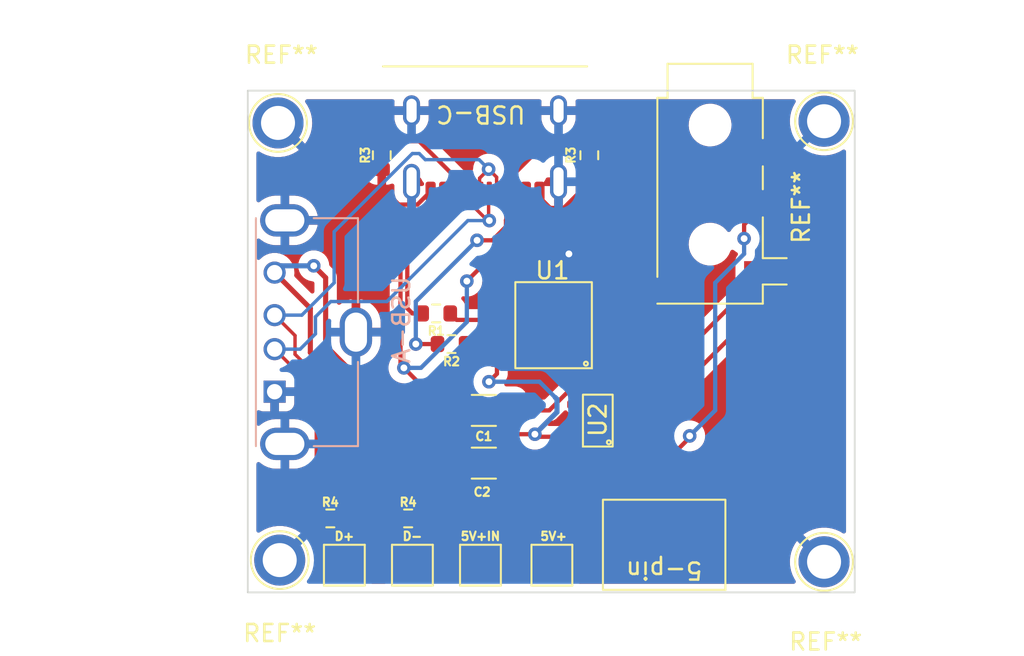
<source format=kicad_pcb>
(kicad_pcb (version 20211014) (generator pcbnew)
  (layers (0 "F.Cu" signal) (31 "B.Cu" signal) (34 "B.Paste" user) (35 "F.Paste" user) (36 "B.SilkS" user "B.Silkscreen") (37 "F.SilkS" user "F.Silkscreen") (38 "B.Mask" user) (39 "F.Mask" user) (44 "Edge.Cuts" user))
  (net 0 "")
  (net 1 "NC")
  (net 2 "TST")
  (net 3 "5V+")
  (net 4 "GND")
  (net 5 "D+")
  (net 6 "D-")
  (net 7 "CC1")
  (net 8 "CC2")
  (net 9 "VBUS")
  (net 10 "VIN")
  (net 11 "VBUSG")
  (net 12 "HPS")
  (net 13 "HRP")
  (net 14 "HPL")
  (footprint "Connector_Audio:Jack_3.5mm_PJ320D_Horizontal" (layer "F.Cu") (at 158.4 78.9 -90)
    (fp_text reference "REF**" (at 0.05 -5.35 90) (layer "F.SilkS"))
    (fp_text value "Jack_3.5mm_PJ320D_Horizontal")
    (fp_line (start -6.375 -3.1) (end -6.375 -2.5) (layer "F.SilkS") (width 0.12))
    (fp_line (start 5.725 3.1) (end 5.725 -3.1) (layer "F.SilkS") (width 0.12))
    (fp_line (start -8.375 -2.5) (end -8.375 2.5) (layer "F.SilkS") (width 0.12))
    (fp_line (start 4.15 3.1) (end -6.375 3.1) (layer "F.SilkS") (width 0.12))
    (fp_line (start -6.375 -2.5) (end -8.375 -2.5) (layer "F.SilkS") (width 0.12))
    (fp_line (start -2.35 -3.1) (end -1 -3.1) (layer "F.SilkS") (width 0.12))
    (fp_line (start -6.375 -3.1) (end -4 -3.1) (layer "F.SilkS") (width 0.12))
    (fp_line (start -6.375 2.5) (end -6.375 3.1) (layer "F.SilkS") (width 0.12))
    (fp_line (start 4.6 -3.1) (end 4.6 -4.5) (layer "F.SilkS") (width 0.12))
    (fp_line (start 3.05 -3.1) (end 3.05 -4.5) (layer "F.SilkS") (width 0.12))
    (fp_line (start -6.375 2.5) (end -8.375 2.5) (layer "F.SilkS") (width 0.12))
    (fp_line (start 4.6 -3.1) (end 5.725 -3.1) (layer "F.SilkS") (width 0.12))
    (fp_line (start 0.65 -3.1) (end 3.05 -3.1) (layer "F.SilkS") (width 0.12))
    (pad "" np_thru_hole circle (at -4.775 0 270) (size 1.5 1.5) (drill 1.5) (layers *.Cu *.Mask))
    (pad "" np_thru_hole circle (at 2.225 0 270) (size 1.5 1.5) (drill 1.5) (layers *.Cu *.Mask))
    (pad "R1" smd rect (at -0.175 -3.25 270) (size 1.2 2.5) (layers "F.Cu" "F.Paste" "F.Mask") (net 14 "HPL"))
    (pad "R2" smd rect (at -3.175 -3.25 270) (size 1.2 2.5) (layers "F.Cu" "F.Paste" "F.Mask") (net 13 "HRP"))
    (pad "S" smd rect (at 4.925 3.25 270) (size 1.2 2.5) (layers "F.Cu" "F.Paste" "F.Mask") (net 4 "GND"))
    (pad "T" smd rect (at 3.825 -3.25 270) (size 1.2 2.5) (layers "F.Cu" "F.Paste" "F.Mask") (net 12 "HPS"))
  )
  (footprint "Resistor_SMD:R_0603_1608Metric" (layer "F.Cu") (at 136.075 97.25)
    (fp_text reference "R4" (at 0 -0.95) (layer "F.SilkS") (effects (font (size 0.5 0.5) (thickness 0.125))))
    (fp_text value "R_0603_1608Metric")
    (fp_line (start -0.237258 0.5225) (end 0.237258 0.5225) (layer "F.SilkS") (width 0.12))
    (fp_line (start -0.237258 -0.5225) (end 0.237258 -0.5225) (layer "F.SilkS") (width 0.12))
    (pad "1" smd roundrect (at -0.825 0) (size 0.8 0.95) (layers "F.Cu" "F.Paste" "F.Mask") (net 5 "D+"))
    (pad "2" smd roundrect (at 0.825 0) (size 0.8 0.95) (layers "F.Cu" "F.Paste" "F.Mask") (net 4 "GND"))
  )
  (footprint "TestPoint:TestPoint_Plated_Hole_D2.0mm" (layer "F.Cu") (at 165.1 73.9)
    (fp_text reference "REF**" (at -0.1 -3.9) (layer "F.SilkS"))
    (fp_text value "TestPoint_Plated_Hole_D2.0mm")
    (fp_circle (center 0 0) (end 0 -1.7) (layer "F.SilkS") (width 0.12) (fill none))
    (pad "1" thru_hole circle (at 0 0) (size 3 3) (drill 2) (layers *.Cu *.Mask) (net 4 "GND"))
  )
  (footprint "Resistor_SMD:R_0603_1608Metric" (layer "F.Cu") (at 140.65 97.25)
    (fp_text reference "R4" (at 0 -0.95) (layer "F.SilkS") (effects (font (size 0.5 0.5) (thickness 0.125))))
    (fp_text value "R_0603_1608Metric")
    (fp_line (start -0.237258 0.5225) (end 0.237258 0.5225) (layer "F.SilkS") (width 0.12))
    (fp_line (start -0.237258 -0.5225) (end 0.237258 -0.5225) (layer "F.SilkS") (width 0.12))
    (pad "1" smd roundrect (at -0.825 0) (size 0.8 0.95) (layers "F.Cu" "F.Paste" "F.Mask") (net 6 "D-"))
    (pad "2" smd roundrect (at 0.825 0) (size 0.8 0.95) (layers "F.Cu" "F.Paste" "F.Mask") (net 4 "GND"))
  )
  (footprint "ucb-c adapter:LND01" (layer "F.Cu") (at 151.8 91.5 90)
    (fp_text reference "U2" (at 0.05 0 90 unlocked) (layer "F.SilkS"))
    (fp_text value "LND01")
    (fp_rect (start -1.525 -0.875) (end 1.525 0.875) (layer "F.SilkS") (width 0.12) (fill none))
    (fp_circle (center -1.275 0.65) (end -1.3 0.6) (layer "F.SilkS") (width 0.12) (fill none))
    (pad "1" smd roundrect (at -0.95 1.3 90) (size 0.5 1) (layers "F.Cu" "F.Paste" "F.Mask") (net 1 "NC"))
    (pad "2" smd roundrect (at 0 1.3 90) (size 0.5 1) (layers "F.Cu" "F.Paste" "F.Mask") (net 11 "VBUSG"))
    (pad "3" smd roundrect (at 0.95 1.3 90) (size 0.5 1) (layers "F.Cu" "F.Paste" "F.Mask") (net 1 "NC"))
    (pad "4" smd roundrect (at 0.95 -1.3 90) (size 0.5 1) (layers "F.Cu" "F.Paste" "F.Mask") (net 10 "VIN"))
    (pad "5" smd roundrect (at -0.95 -1.3 90) (size 0.5 1) (layers "F.Cu" "F.Paste" "F.Mask") (net 9 "VBUS"))
  )
  (footprint "Resistor_SMD:R_0603_1608Metric" (layer "F.Cu") (at 139.1 75.9 -90)
    (fp_text reference "R3" (at 0 0.97 90) (layer "F.SilkS") (effects (font (size 0.5 0.5) (thickness 0.125))))
    (fp_text value "R_0603_1608Metric")
    (fp_line (start -0.237258 -0.5225) (end 0.237258 -0.5225) (layer "F.SilkS") (width 0.12))
    (fp_line (start -0.237258 0.5225) (end 0.237258 0.5225) (layer "F.SilkS") (width 0.12))
    (pad "1" smd roundrect (at -0.825 0 270) (size 0.8 0.95) (layers "F.Cu" "F.Paste" "F.Mask") (net 8 "CC2"))
    (pad "2" smd roundrect (at 0.825 0 270) (size 0.8 0.95) (layers "F.Cu" "F.Paste" "F.Mask") (net 4 "GND"))
  )
  (footprint "TestPoint:TestPoint_Pad_2.0x2.0mm" (layer "F.Cu") (at 149.1 100)
    (fp_text reference "5V+" (at 0.1 -1.7) (layer "F.SilkS") (effects (font (size 0.5 0.5) (thickness 0.125))))
    (fp_text value "TestPoint_Pad_2.0x2.0mm")
    (fp_line (start 1.2 -1.2) (end 1.2 1.2) (layer "F.SilkS") (width 0.12))
    (fp_line (start 1.2 1.2) (end -1.2 1.2) (layer "F.SilkS") (width 0.12))
    (fp_line (start -1.2 1.2) (end -1.2 -1.2) (layer "F.SilkS") (width 0.12))
    (fp_line (start -1.2 -1.2) (end 1.2 -1.2) (layer "F.SilkS") (width 0.12))
    (pad "1" smd rect (at 0 0) (size 2 2) (layers "F.Cu" "F.Mask") (net 3 "5V+"))
  )
  (footprint "Resistor_SMD:R_0603_1608Metric" (layer "F.Cu") (at 143.2 87)
    (fp_text reference "R2" (at 0 1.03) (layer "F.SilkS") (effects (font (size 0.5 0.5) (thickness 0.125))))
    (fp_text value "R_0603_1608Metric")
    (fp_line (start -0.237258 -0.5225) (end 0.237258 -0.5225) (layer "F.SilkS") (width 0.12))
    (fp_line (start -0.237258 0.5225) (end 0.237258 0.5225) (layer "F.SilkS") (width 0.12))
    (pad "1" smd roundrect (at -0.825 0) (size 0.8 0.95) (layers "F.Cu" "F.Paste" "F.Mask") (net 7 "CC1"))
    (pad "2" smd roundrect (at 0.825 0) (size 0.8 0.95) (layers "F.Cu" "F.Paste" "F.Mask") (net 7 "CC1"))
  )
  (footprint "TestPoint:TestPoint_Plated_Hole_D2.0mm" (layer "F.Cu") (at 133.1 99.7)
    (fp_text reference "REF**" (at 0 4.3) (layer "F.SilkS"))
    (fp_text value "TestPoint_Plated_Hole_D2.0mm")
    (fp_circle (center 0 0) (end 0 -1.7) (layer "F.SilkS") (width 0.12) (fill none))
    (pad "1" thru_hole circle (at 0 0) (size 3 3) (drill 2) (layers *.Cu *.Mask) (net 4 "GND"))
  )
  (footprint "Capacitor_SMD:C_1206_3216Metric" (layer "F.Cu") (at 145.1 94)
    (fp_text reference "C2" (at -0.1 1.7) (layer "F.SilkS") (effects (font (size 0.5 0.5) (thickness 0.125))))
    (fp_text value "C_1206_3216Metric")
    (fp_line (start -0.711252 0.91) (end 0.711252 0.91) (layer "F.SilkS") (width 0.12))
    (fp_line (start -0.711252 -0.91) (end 0.711252 -0.91) (layer "F.SilkS") (width 0.12))
    (pad "1" smd roundrect (at -1.475 0) (size 1.15 1.8) (layers "F.Cu" "F.Paste" "F.Mask") (roundrect_rratio 0.217391) (net 9 "VBUS"))
    (pad "2" smd roundrect (at 1.475 0) (size 1.15 1.8) (layers "F.Cu" "F.Paste" "F.Mask") (roundrect_rratio 0.217391) (net 3 "5V+"))
  )
  (footprint "ucb-c adapter:usb-c  f" (layer "F.Cu") (at 145.17 74.6375 180)
    (fp_text reference "USB-C" (at 0.25 1.15 180 unlocked) (layer "F.SilkS"))
    (fp_text value "usb-c  f")
    (fp_line (start 6 3.96) (end -6 3.96) (layer "F.SilkS") (width 0.12))
    (pad "" np_thru_hole circle (at -2.8 -2.32 180) (size 0.65 0.65) (drill 0.65) (layers F&B.Cu *.Mask))
    (pad "" np_thru_hole circle (at 2.98 -2.32 180) (size 0.65 0.65) (drill 0.65) (layers F&B.Cu *.Mask))
    (pad "1" smd roundrect (at -3.2 -3.39 180) (size 0.6 1.15) (layers "F.Cu" "F.Paste" "F.Mask") (net 4 "GND"))
    (pad "2" smd roundrect (at -2.4 -3.39 180) (size 0.6 1.15) (layers "F.Cu" "F.Paste" "F.Mask") (net 9 "VBUS"))
    (pad "3" smd roundrect (at 2.4 -3.39 180) (size 0.6 1.15) (layers "F.Cu" "F.Paste" "F.Mask") (net 9 "VBUS"))
    (pad "4" smd roundrect (at 3.2 -3.39 180) (size 0.6 1.15) (layers "F.Cu" "F.Paste" "F.Mask") (net 4 "GND"))
    (pad "5" smd roundrect (at -1.75 -3.39 180) (size 0.3 1.15) (layers "F.Cu" "F.Paste" "F.Mask"))
    (pad "6" smd roundrect (at -1.25 -3.39 180) (size 0.3 1.15) (layers "F.Cu" "F.Paste" "F.Mask") (net 7 "CC1"))
    (pad "7" smd roundrect (at -0.75 -3.39 180) (size 0.3 1.15) (layers "F.Cu" "F.Paste" "F.Mask") (net 6 "D-"))
    (pad "8" smd roundrect (at -0.25 -3.39 180) (size 0.3 1.15) (layers "F.Cu" "F.Paste" "F.Mask") (net 5 "D+"))
    (pad "9" smd roundrect (at 0.25 -3.39 180) (size 0.3 1.15) (layers "F.Cu" "F.Paste" "F.Mask") (net 6 "D-"))
    (pad "10" smd roundrect (at 0.75 -3.39 180) (size 0.3 1.15) (layers "F.Cu" "F.Paste" "F.Mask") (net 5 "D+"))
    (pad "11" smd roundrect (at 1.25 -3.39 180) (size 0.3 1.15) (layers "F.Cu" "F.Paste" "F.Mask"))
    (pad "12" smd roundrect (at 1.75 -3.39 180) (size 0.3 1.15) (layers "F.Cu" "F.Paste" "F.Mask") (net 8 "CC2"))
    (pad "13" thru_hole oval (at 4.32 1.36 180) (size 1 1.8) (drill oval 0.6 1.4) (layers *.Cu *.Mask) (net 4 "GND"))
    (pad "13" thru_hole oval (at -4.32 -2.82 180) (size 1 2.1) (drill oval 0.6 1.7) (layers *.Cu *.Mask) (net 4 "GND"))
    (pad "13" thru_hole oval (at 4.32 -2.82 180) (size 1 2.1) (drill oval 0.6 1.7) (layers *.Cu *.Mask) (net 4 "GND"))
    (pad "13" thru_hole oval (at -4.32 1.36 180) (size 1 1.8) (drill oval 0.6 1.4) (layers *.Cu *.Mask) (net 4 "GND"))
  )
  (footprint "Capacitor_SMD:C_1206_3216Metric" (layer "F.Cu") (at 145.1 90.9)
    (fp_text reference "C1" (at 0 1.53) (layer "F.SilkS") (effects (font (size 0.5 0.5) (thickness 0.125))))
    (fp_text value "C_1206_3216Metric")
    (fp_line (start -0.711252 0.91) (end 0.711252 0.91) (layer "F.SilkS") (width 0.12))
    (fp_line (start -0.711252 -0.91) (end 0.711252 -0.91) (layer "F.SilkS") (width 0.12))
    (pad "1" smd roundrect (at -1.475 0) (size 1.15 1.8) (layers "F.Cu" "F.Paste" "F.Mask") (roundrect_rratio 0.217391) (net 9 "VBUS"))
    (pad "2" smd roundrect (at 1.475 0) (size 1.15 1.8) (layers "F.Cu" "F.Paste" "F.Mask") (roundrect_rratio 0.217391) (net 10 "VIN"))
  )
  (footprint "TestPoint:TestPoint_Pad_2.0x2.0mm" (layer "F.Cu") (at 144.9 100)
    (fp_text reference "5V+IN" (at 0 -1.7) (layer "F.SilkS") (effects (font (size 0.5 0.5) (thickness 0.125))))
    (fp_text value "TestPoint_Pad_2.0x2.0mm")
    (fp_line (start -1.2 -1.2) (end 1.2 -1.2) (layer "F.SilkS") (width 0.12))
    (fp_line (start 1.2 1.2) (end -1.2 1.2) (layer "F.SilkS") (width 0.12))
    (fp_line (start 1.2 -1.2) (end 1.2 1.2) (layer "F.SilkS") (width 0.12))
    (fp_line (start -1.2 1.2) (end -1.2 -1.2) (layer "F.SilkS") (width 0.12))
    (pad "1" smd rect (at 0 0) (size 2 2) (layers "F.Cu" "F.Mask") (net 3 "5V+"))
  )
  (footprint "ucb-c adapter:IP2721" (layer "F.Cu") (at 149.2 85.9 180)
    (fp_text reference "U1" (at 0.07 3.22 unlocked) (layer "F.SilkS"))
    (fp_text value "IP2721")
    (fp_rect (start -2.25 -2.52) (end 2.25 2.54) (layer "F.SilkS") (width 0.12) (fill none))
    (fp_circle (center -1.9 -2.25) (end -1.875 -2.2) (layer "F.SilkS") (width 0.12) (fill none))
    (pad "1" smd roundrect (at -3.27 -2.28 180) (size 0.75 0.32) (layers "F.Cu" "F.Paste" "F.Mask") (net 11 "VBUSG"))
    (pad "2" smd roundrect (at -3.27 -1.63 180) (size 0.75 0.32) (layers "F.Cu" "F.Paste" "F.Mask") (net 10 "VIN"))
    (pad "3" smd roundrect (at -3.27 -0.98 180) (size 0.75 0.32) (layers "F.Cu" "F.Paste" "F.Mask") (net 1 "NC"))
    (pad "4" smd roundrect (at -3.27 -0.33 180) (size 0.75 0.32) (layers "F.Cu" "F.Paste" "F.Mask") (net 1 "NC"))
    (pad "5" smd roundrect (at -3.27 0.32 180) (size 0.75 0.32) (layers "F.Cu" "F.Paste" "F.Mask") (net 4 "GND"))
    (pad "6" smd roundrect (at -3.27 0.97 180) (size 0.75 0.32) (layers "F.Cu" "F.Paste" "F.Mask") (net 2 "TST"))
    (pad "7" smd roundrect (at -3.27 1.62 180) (size 0.75 0.32) (layers "F.Cu" "F.Paste" "F.Mask") (net 2 "TST"))
    (pad "8" smd roundrect (at -3.27 2.27 180) (size 0.75 0.32) (layers "F.Cu" "F.Paste" "F.Mask") (net 2 "TST"))
    (pad "9" smd roundrect (at 3.33 2.27 180) (size 0.75 0.32) (layers "F.Cu" "F.Paste" "F.Mask") (net 1 "NC"))
    (pad "10" smd roundrect (at 3.33 1.62 180) (size 0.75 0.32) (layers "F.Cu" "F.Paste" "F.Mask") (net 1 "NC"))
    (pad "11" smd roundrect (at 3.33 0.97 180) (size 0.75 0.32) (layers "F.Cu" "F.Paste" "F.Mask") (net 4 "GND"))
    (pad "12" smd roundrect (at 3.33 0.32 180) (size 0.75 0.32) (layers "F.Cu" "F.Paste" "F.Mask") (net 8 "CC2"))
    (pad "13" smd roundrect (at 3.33 -0.33 180) (size 0.75 0.32) (layers "F.Cu" "F.Paste" "F.Mask") (net 7 "CC1"))
    (pad "14" smd roundrect (at 3.33 -0.98 180) (size 0.75 0.32) (layers "F.Cu" "F.Paste" "F.Mask") (net 1 "NC"))
    (pad "15" smd roundrect (at 3.33 -1.63 180) (size 0.75 0.32) (layers "F.Cu" "F.Paste" "F.Mask") (net 1 "NC"))
    (pad "16" smd roundrect (at 3.33 -2.28 180) (size 0.75 0.32) (layers "F.Cu" "F.Paste" "F.Mask") (net 9 "VBUS"))
  )
  (footprint "TestPoint:TestPoint_Plated_Hole_D2.0mm" (layer "F.Cu") (at 165.1 99.8)
    (fp_text reference "REF**" (at 0.1 4.7) (layer "F.SilkS"))
    (fp_text value "TestPoint_Plated_Hole_D2.0mm")
    (fp_circle (center 0 0) (end 0 -1.7) (layer "F.SilkS") (width 0.12) (fill none))
    (pad "1" thru_hole circle (at 0 0) (size 3 3) (drill 2) (layers *.Cu *.Mask) (net 4 "GND"))
  )
  (footprint "TestPoint:TestPoint_Pad_2.0x2.0mm" (layer "F.Cu") (at 136.9 100)
    (fp_text reference "D+" (at 0 -1.7) (layer "F.SilkS") (effects (font (size 0.5 0.5) (thickness 0.125))))
    (fp_text value "TestPoint_Pad_2.0x2.0mm")
    (fp_line (start -1.2 1.2) (end -1.2 -1.2) (layer "F.SilkS") (width 0.12))
    (fp_line (start -1.2 -1.2) (end 1.2 -1.2) (layer "F.SilkS") (width 0.12))
    (fp_line (start 1.2 1.2) (end -1.2 1.2) (layer "F.SilkS") (width 0.12))
    (fp_line (start 1.2 -1.2) (end 1.2 1.2) (layer "F.SilkS") (width 0.12))
    (pad "1" smd rect (at 0 0) (size 2 2) (layers "F.Cu" "F.Mask") (net 5 "D+"))
  )
  (footprint "TestPoint:TestPoint_Pad_2.0x2.0mm" (layer "F.Cu") (at 140.9 100)
    (fp_text reference "D-" (at 0 -1.7) (layer "F.SilkS") (effects (font (size 0.5 0.5) (thickness 0.125))))
    (fp_text value "TestPoint_Pad_2.0x2.0mm")
    (fp_line (start -1.2 1.2) (end -1.2 -1.2) (layer "F.SilkS") (width 0.12))
    (fp_line (start 1.2 -1.2) (end 1.2 1.2) (layer "F.SilkS") (width 0.12))
    (fp_line (start -1.2 -1.2) (end 1.2 -1.2) (layer "F.SilkS") (width 0.12))
    (fp_line (start 1.2 1.2) (end -1.2 1.2) (layer "F.SilkS") (width 0.12))
    (pad "1" smd rect (at 0 0) (size 2 2) (layers "F.Cu" "F.Mask") (net 6 "D-"))
  )
  (footprint "ucb-c adapter:5pin FPC" (layer "F.Cu") (at 155.7 98.8 180)
    (fp_text reference "5-pin" (at 0 -1.5 180 unlocked) (layer "F.SilkS"))
    (fp_text value "5pin FPC")
    (fp_rect (start -3.6 -2.65) (end 3.6 2.65) (layer "F.SilkS") (width 0.12) (fill none))
    (pad "1" smd rect (at -2.69 1.07 180) (size 2 3) (layers "F.Cu" "F.Paste" "F.Mask") (net 4 "GND"))
    (pad "2" smd rect (at 2.69 1.07 180) (size 2 3) (layers "F.Cu" "F.Paste" "F.Mask") (net 4 "GND"))
    (pad "3" smd rect (at -1 3.4 180) (size 0.3 1.25) (layers "F.Cu" "F.Paste" "F.Mask"))
    (pad "4" smd rect (at -0.5 3.4 180) (size 0.3 1.25) (layers "F.Cu" "F.Paste" "F.Mask") (net 14 "HPL"))
    (pad "5" smd rect (at 0 3.4 180) (size 0.3 1.25) (layers "F.Cu" "F.Paste" "F.Mask") (net 13 "HRP"))
    (pad "6" smd rect (at 0.5 3.4 180) (size 0.3 1.25) (layers "F.Cu" "F.Paste" "F.Mask") (net 12 "HPS"))
    (pad "7" smd rect (at 1 3.4 180) (size 0.3 1.25) (layers "F.Cu" "F.Paste" "F.Mask") (net 4 "GND"))
  )
  (footprint "TestPoint:TestPoint_Plated_Hole_D2.0mm" (layer "F.Cu") (at 133 74)
    (fp_text reference "REF**" (at 0.2 -4) (layer "F.SilkS"))
    (fp_text value "TestPoint_Plated_Hole_D2.0mm")
    (fp_circle (center 0 0) (end 0 -1.7) (layer "F.SilkS") (width 0.12) (fill none))
    (pad "1" thru_hole circle (at 0 0) (size 3 3) (drill 2) (layers *.Cu *.Mask) (net 4 "GND"))
  )
  (footprint "Resistor_SMD:R_0603_1608Metric" (layer "F.Cu") (at 142.3 85.2)
    (fp_text reference "R1" (at 0 1.03) (layer "F.SilkS") (effects (font (size 0.5 0.5) (thickness 0.125))))
    (fp_text value "R_0603_1608Metric")
    (fp_line (start -0.237258 -0.5225) (end 0.237258 -0.5225) (layer "F.SilkS") (width 0.12))
    (fp_line (start -0.237258 0.5225) (end 0.237258 0.5225) (layer "F.SilkS") (width 0.12))
    (pad "1" smd roundrect (at -0.825 0) (size 0.8 0.95) (layers "F.Cu" "F.Paste" "F.Mask") (net 8 "CC2"))
    (pad "2" smd roundrect (at 0.825 0) (size 0.8 0.95) (layers "F.Cu" "F.Paste" "F.Mask") (net 8 "CC2"))
  )
  (footprint "Resistor_SMD:R_0603_1608Metric" (layer "F.Cu") (at 151.3 75.9 -90)
    (fp_text reference "R3" (at 0 1.08 90) (layer "F.SilkS") (effects (font (size 0.5 0.5) (thickness 0.125))))
    (fp_text value "R_0603_1608Metric")
    (fp_line (start -0.237258 0.5225) (end 0.237258 0.5225) (layer "F.SilkS") (width 0.12))
    (fp_line (start -0.237258 -0.5225) (end 0.237258 -0.5225) (layer "F.SilkS") (width 0.12))
    (pad "1" smd roundrect (at -0.825 0 270) (size 0.8 0.95) (layers "F.Cu" "F.Paste" "F.Mask") (net 7 "CC1"))
    (pad "2" smd roundrect (at 0.825 0 270) (size 0.8 0.95) (layers "F.Cu" "F.Paste" "F.Mask") (net 4 "GND"))
  )
  (footprint "Connector_USB:USB_A_Molex_105057_Vertical" (layer "B.Cu") (at 132.8 89.8 90)
    (fp_text reference "USB-A" (at 4.22 7.455 90) (layer "B.SilkS") (effects (justify mirror)))
    (fp_text value "USB_A_Molex_105057_Vertical")
    (fp_line (start -3.2 4.9) (end -3.2 2.3) (layer "B.SilkS") (width 0.12))
    (fp_line (start 10.2 -1.1) (end -3.2 -1.1) (layer "B.SilkS") (width 0.12))
    (fp_line (start 10.2 4.9) (end 10.2 2.3) (layer "B.SilkS") (width 0.12))
    (fp_line (start -3.2 4.9) (end 1.75 4.9) (layer "B.SilkS") (width 0.12))
    (fp_line (start 10.2 4.9) (end 5.25 4.9) (layer "B.SilkS") (width 0.12))
    (pad "1" thru_hole rect (at 0 0 90) (size 1.3 1.3) (drill 0.9) (layers *.Cu *.Mask) (net 4 "GND"))
    (pad "2" thru_hole circle (at 2.5 0 90) (size 1.3 1.3) (drill 0.9) (layers *.Cu *.Mask) (net 5 "D+"))
    (pad "3" thru_hole circle (at 4.5 0 90) (size 1.3 1.3) (drill 0.9) (layers *.Cu *.Mask) (net 6 "D-"))
    (pad "4" thru_hole circle (at 7 0 90) (size 1.3 1.3) (drill 0.9) (layers *.Cu *.Mask) (net 3 "5V+"))
    (pad "5" thru_hole oval (at 10.07 0.6 90) (size 1.9 2.9) (drill oval 1.3 2.3) (layers *.Cu *.Mask) (net 4 "GND"))
    (pad "5" thru_hole oval (at 3.5 4.78) (size 1.9 2.9) (drill oval 1.3 2.3) (layers *.Cu *.Mask) (net 4 "GND"))
    (pad "5" thru_hole oval (at -3.07 0.6 270) (size 1.9 2.9) (drill oval 1.3 2.3) (layers *.Cu *.Mask) (net 4 "GND"))
  )
  (gr_rect (start 131.22 72.1) (end 166.9 101.6) (layer "Edge.Cuts") (width 0.1) (fill none))
  (segment (start 134.9 87.5) (end 137.1 89.7) (width 0.3) (layer "F.Cu") (net 3))
  (segment (start 135.8 83.1) (end 135.1 82.4) (width 0.3) (layer "F.Cu") (net 3))
  (segment (start 132.8 82.8) (end 134.9 84.9) (width 0.3) (layer "F.Cu") (net 3))
  (segment (start 138.1 93.7) (end 138.1 89.4) (width 0.3) (layer "F.Cu") (net 3))
  (segment (start 148.8375 96.2625) (end 143.2625 96.2625) (width 0.3) (layer "F.Cu") (net 3))
  (segment (start 143.2625 96.2625) (end 141.3 94.3) (width 0.3) (layer "F.Cu") (net 3))
  (segment (start 148.8375 96.2625) (end 149.1 96.525) (width 0.3) (layer "F.Cu") (net 3))
  (segment (start 138.1 89.4) (end 135.8 87.1) (width 0.3) (layer "F.Cu") (net 3))
  (segment (start 134.9 84.9) (end 134.9 87.5) (width 0.3) (layer "F.Cu") (net 3))
  (segment (start 142 96) (end 144.9 98.9) (width 0.3) (layer "F.Cu") (net 3))
  (segment (start 138.7 94.3) (end 138.1 93.7) (width 0.3) (layer "F.Cu") (net 3))
  (segment (start 138.7 96) (end 142 96) (width 0.3) (layer "F.Cu") (net 3))
  (segment (start 141.3 94.3) (end 138.7 94.3) (width 0.3) (layer "F.Cu") (net 3))
  (segment (start 144.9 98.9) (end 144.9 100) (width 0.3) (layer "F.Cu") (net 3))
  (segment (start 137.1 94.4) (end 138.7 96) (width 0.3) (layer "F.Cu") (net 3))
  (segment (start 137.1 89.7) (end 137.1 94.4) (width 0.3) (layer "F.Cu") (net 3))
  (segment (start 146.575 94) (end 148.8375 96.2625) (width 0.3) (layer "F.Cu") (net 3))
  (segment (start 135.8 87.1) (end 135.8 83.1) (width 0.3) (layer "F.Cu") (net 3))
  (segment (start 149.1 96.525) (end 149.1 100) (width 0.3) (layer "F.Cu") (net 3))
  (via (at 135.1 82.4) (size 0.8) (drill 0.4) (layers "F.Cu" "B.Cu") (net 3))
  (segment (start 135.1 82.4) (end 133.2 82.4) (width 0.3) (layer "B.Cu") (net 3))
  (segment (start 133.2 82.4) (end 132.8 82.8) (width 0.3) (layer "B.Cu") (net 3))
  (segment (start 149.8 79) (end 149 79) (width 0.25) (layer "F.Cu") (net 4))
  (segment (start 141.1975 78.8) (end 141.97 78.0275) (width 0.25) (layer "F.Cu") (net 4))
  (segment (start 150.1 81.7) (end 150.1 83.365656) (width 0.25) (layer "F.Cu") (net 4))
  (segment (start 151.3 76.725) (end 151.3 77.5) (width 0.25) (layer "F.Cu") (net 4))
  (segment (start 139.1 77.8) (end 140.1 78.8) (width 0.25) (layer "F.Cu") (net 4))
  (segment (start 154.7 84.275) (end 154.7 95.4) (width 0.25) (layer "F.Cu") (net 4))
  (segment (start 148.37 78.37) (end 148.37 78.0275) (width 0.25) (layer "F.Cu") (net 4))
  (segment (start 149.48 85.58) (end 148.83 84.93) (width 0.25) (layer "F.Cu") (net 4))
  (segment (start 140.1 78.8) (end 141.1975 78.8) (width 0.25) (layer "F.Cu") (net 4))
  (segment (start 152.314344 85.58) (end 152.47 85.58) (width 0.25) (layer "F.Cu") (net 4))
  (segment (start 139.1 76.725) (end 139.1 77.8) (width 0.25) (layer "F.Cu") (net 4))
  (segment (start 155.15 83.825) (end 154.7 84.275) (width 0.25) (layer "F.Cu") (net 4))
  (segment (start 148.83 84.93) (end 145.87 84.93) (width 0.25) (layer "F.Cu") (net 4))
  (segment (start 152.47 85.58) (end 149.48 85.58) (width 0.25) (layer "F.Cu") (net 4))
  (segment (start 150.1 83.365656) (end 152.314344 85.58) (width 0.25) (layer "F.Cu") (net 4))
  (segment (start 151.3 77.5) (end 149.8 79) (width 0.25) (layer "F.Cu") (net 4))
  (segment (start 149 79) (end 148.37 78.37) (width 0.25) (layer "F.Cu") (net 4))
  (via (at 150.1 81.7) (size 0.8) (drill 0.4) (layers "F.Cu" "B.Cu") (net 4))
  (segment (start 145.31606 79.74) (end 144.38 78.80394) (width 0.2) (layer "F.Cu") (net 5))
  (segment (start 135.25 97.25) (end 135.25 89.75) (width 0.2) (layer "F.Cu") (net 5))
  (segment (start 144.38 78.80394) (end 144.38 78.27) (width 0.2) (layer "F.Cu") (net 5))
  (segment (start 145.38 79.7) (end 145.38 78.27) (width 0.2) (layer "F.Cu") (net 5))
  (segment (start 145.42 79.74) (end 145.38 79.7) (width 0.2) (layer "F.Cu") (net 5))
  (segment (start 135.25 97.25) (end 135.25 98.35) (width 0.2) (layer "F.Cu") (net 5))
  (segment (start 145.42 79.74) (end 145.31606 79.74) (width 0.2) (layer "F.Cu") (net 5))
  (segment (start 135.25 89.75) (end 132.8 87.3) (width 0.2) (layer "F.Cu") (net 5))
  (segment (start 135.25 98.35) (end 136.9 100) (width 0.2) (layer "F.Cu") (net 5))
  (via (at 145.42 79.74) (size 0.8) (drill 0.4) (layers "F.Cu" "B.Cu") (net 5))
  (segment (start 136.1 84.5) (end 135.2 85.4) (width 0.2) (layer "B.Cu") (net 5))
  (segment (start 135.2 85.4) (end 135.2 86.4) (width 0.2) (layer "B.Cu") (net 5))
  (segment (start 134.3 87.3) (end 132.8 87.3) (width 0.2) (layer "B.Cu") (net 5))
  (segment (start 135.2 86.4) (end 134.3 87.3) (width 0.2) (layer "B.Cu") (net 5))
  (segment (start 145.42 79.74) (end 144.16 79.74) (width 0.2) (layer "B.Cu") (net 5))
  (segment (start 144.16 79.74) (end 139.4 84.5) (width 0.2) (layer "B.Cu") (net 5))
  (segment (start 139.4 84.5) (end 136.1 84.5) (width 0.2) (layer "B.Cu") (net 5))
  (segment (start 136 89.6) (end 136 94.9) (width 0.2) (layer "F.Cu") (net 6))
  (segment (start 145.85 77.19) (end 145.85 78.42) (width 0.2) (layer "F.Cu") (net 6))
  (segment (start 134 86.5) (end 134 87.6) (width 0.2) (layer "F.Cu") (net 6))
  (segment (start 132.8 85.3) (end 134 86.5) (width 0.2) (layer "F.Cu") (net 6))
  (segment (start 140.9 98.325) (end 140.9 100) (width 0.2) (layer "F.Cu") (net 6))
  (segment (start 138.35 97.25) (end 139.825 97.25) (width 0.2) (layer "F.Cu") (net 6))
  (segment (start 136 94.9) (end 138.35 97.25) (width 0.2) (layer "F.Cu") (net 6))
  (segment (start 145.38 76.72) (end 144.85 77.25) (width 0.2) (layer "F.Cu") (net 6))
  (segment (start 139.825 97.25) (end 140.9 98.325) (width 0.2) (layer "F.Cu") (net 6))
  (segment (start 145.38 76.72) (end 145.85 77.19) (width 0.2) (layer "F.Cu") (net 6))
  (segment (start 144.85 77.25) (end 144.85 78.42) (width 0.2) (layer "F.Cu") (net 6))
  (segment (start 134 87.6) (end 136 89.6) (width 0.2) (layer "F.Cu") (net 6))
  (segment (start 133.1 85.3) (end 132.8 85.3) (width 0.2) (layer "F.Cu") (net 6))
  (via (at 145.38 76.72) (size 0.8) (drill 0.4) (layers "F.Cu" "B.Cu") (net 6))
  (segment (start 136.3 83.4) (end 134.4 85.3) (width 0.2) (layer "B.Cu") (net 6))
  (segment (start 141.65798 76.15798) (end 141.3 75.8) (width 0.2) (layer "B.Cu") (net 6))
  (segment (start 145.38 76.72) (end 144.81798 76.15798) (width 0.2) (layer "B.Cu") (net 6))
  (segment (start 144.81798 76.15798) (end 141.65798 76.15798) (width 0.2) (layer "B.Cu") (net 6))
  (segment (start 141.3 75.8) (end 140.897519 75.8) (width 0.2) (layer "B.Cu") (net 6))
  (segment (start 136.3 80.397519) (end 136.3 83.4) (width 0.2) (layer "B.Cu") (net 6))
  (segment (start 134.4 85.3) (end 132.8 85.3) (width 0.2) (layer "B.Cu") (net 6))
  (segment (start 140.897519 75.8) (end 136.3 80.397519) (width 0.2) (layer "B.Cu") (net 6))
  (segment (start 144.795 86.23) (end 145.87 86.23) (width 0.25) (layer "F.Cu") (net 7))
  (segment (start 146.42 78.0275) (end 146.42 79.693904) (width 0.25) (layer "F.Cu") (net 7))
  (segment (start 146.42 77.458205) (end 148.803205 75.075) (width 0.25) (layer "F.Cu") (net 7))
  (segment (start 146.4 79.713904) (end 146.4 80.1) (width 0.25) (layer "F.Cu") (net 7))
  (segment (start 148.803205 75.075) (end 151.3 75.075) (width 0.25) (layer "F.Cu") (net 7))
  (segment (start 146.4 80.1) (end 145.6 80.9) (width 0.25) (layer "F.Cu") (net 7))
  (segment (start 146.42 79.693904) (end 146.4 79.713904) (width 0.25) (layer "F.Cu") (net 7))
  (segment (start 146.42 78.0275) (end 146.42 77.458205) (width 0.25) (layer "F.Cu") (net 7))
  (segment (start 146.38 77.55) (end 146.38 78.27) (width 0.25) (layer "F.Cu") (net 7))
  (segment (start 144.025 87) (end 144.795 86.23) (width 0.25) (layer "F.Cu") (net 7))
  (segment (start 142.375 87) (end 141.1 87) (width 0.25) (layer "F.Cu") (net 7))
  (segment (start 145.6 80.9) (end 144.7 80.9) (width 0.25) (layer "F.Cu") (net 7))
  (via (at 141.1 87) (size 0.8) (drill 0.4) (layers "F.Cu" "B.Cu") (net 7))
  (via (at 144.7 80.9) (size 0.8) (drill 0.4) (layers "F.Cu" "B.Cu") (net 7))
  (segment (start 144.7 80.9) (end 141.1 84.5) (width 0.25) (layer "B.Cu") (net 7))
  (segment (start 141.1 87) (end 141.1 87.1) (width 0.25) (layer "B.Cu") (net 7))
  (segment (start 141.1 84.5) (end 141.1 87) (width 0.25) (layer "B.Cu") (net 7))
  (segment (start 143.42 77.198227) (end 141.296773 75.075) (width 0.25) (layer "F.Cu") (net 8))
  (segment (start 140.9 85.2) (end 141.475 85.2) (width 0.25) (layer "F.Cu") (net 8))
  (segment (start 140.59952 81.56548) (end 140.59952 84.89952) (width 0.25) (layer "F.Cu") (net 8))
  (segment (start 141.296773 75.075) (end 139.1 75.075) (width 0.25) (layer "F.Cu") (net 8))
  (segment (start 143.42 78.0275) (end 143.42 77.198227) (width 0.25) (layer "F.Cu") (net 8))
  (segment (start 143.38 78.785) (end 140.59952 81.56548) (width 0.25) (layer "F.Cu") (net 8))
  (segment (start 143.505 85.58) (end 145.87 85.58) (width 0.25) (layer "F.Cu") (net 8))
  (segment (start 143.125 85.2) (end 143.505 85.58) (width 0.25) (layer "F.Cu") (net 8))
  (segment (start 143.38 78.27) (end 143.38 78.785) (width 0.25) (layer "F.Cu") (net 8))
  (segment (start 140.59952 84.89952) (end 140.9 85.2) (width 0.25) (layer "F.Cu") (net 8))
  (segment (start 140.4 88.4) (end 140.2 88.2) (width 0.25) (layer "F.Cu") (net 9))
  (segment (start 142.9 90.9) (end 143.625 90.9) (width 0.25) (layer "F.Cu") (net 9))
  (segment (start 147.53 79.87) (end 147.53 78.27) (width 0.25) (layer "F.Cu") (net 9))
  (segment (start 145.87 88.745) (end 145.4 89.215) (width 0.25) (layer "F.Cu") (net 9))
  (segment (start 142.73 78.442861) (end 142.73 78.27) (width 0.25) (layer "F.Cu") (net 9))
  (segment (start 140.2 88.2) (end 140.2 80.972861) (width 0.25) (layer "F.Cu") (net 9))
  (segment (start 145.325 92.3) (end 143.625 94) (width 0.25) (layer "F.Cu") (net 9))
  (segment (start 144.1 83.3) (end 147.53 79.87) (width 0.25) (layer "F.Cu") (net 9))
  (segment (start 148.1 92.3) (end 148.25 92.45) (width 0.25) (layer "F.Cu") (net 9))
  (segment (start 148.25 92.45) (end 150.5 92.45) (width 0.25) (layer "F.Cu") (net 9))
  (segment (start 140.4 88.4) (end 142.9 90.9) (width 0.25) (layer "F.Cu") (net 9))
  (segment (start 148.1 92.3) (end 145.325 92.3) (width 0.25) (layer "F.Cu") (net 9))
  (segment (start 140.2 80.972861) (end 142.73 78.442861) (width 0.25) (layer "F.Cu") (net 9))
  (segment (start 145.87 88.18) (end 145.87 88.745) (width 0.25) (layer "F.Cu") (net 9))
  (via (at 145.4 89.215) (size 0.8) (drill 0.4) (layers "F.Cu" "B.Cu") (net 9))
  (via (at 140.4 88.4) (size 0.8) (drill 0.4) (layers "F.Cu" "B.Cu") (net 9))
  (via (at 148.1 92.3) (size 0.8) (drill 0.4) (layers "F.Cu" "B.Cu") (net 9))
  (via (at 144.1 83.3) (size 0.8) (drill 0.4) (layers "F.Cu" "B.Cu") (net 9))
  (segment (start 141.4 88.4) (end 140.4 88.4) (width 0.25) (layer "B.Cu") (net 9))
  (segment (start 149.4 91) (end 149.4 90.240978) (width 0.3) (layer "B.Cu") (net 9))
  (segment (start 144.1 85.7) (end 141.4 88.4) (width 0.25) (layer "B.Cu") (net 9))
  (segment (start 144.1 83.3) (end 144.1 85.7) (width 0.25) (layer "B.Cu") (net 9))
  (segment (start 148.1 92.3) (end 149.4 91) (width 0.3) (layer "B.Cu") (net 9))
  (segment (start 148.374022 89.215) (end 145.4 89.215) (width 0.25) (layer "B.Cu") (net 9))
  (segment (start 149.294511 90.135489) (end 148.374022 89.215) (width 0.25) (layer "B.Cu") (net 9))
  (segment (start 149.4 90.240978) (end 149.294511 90.135489) (width 0.3) (layer "B.Cu") (net 9))
  (segment (start 151.172172 88.672172) (end 151.072172 88.772172) (width 0.25) (layer "F.Cu") (net 10))
  (segment (start 152.314344 87.53) (end 152.47 87.53) (width 0.25) (layer "F.Cu") (net 10))
  (segment (start 150.5 90.55) (end 150.5 89.344344) (width 0.25) (layer "F.Cu") (net 10))
  (segment (start 151.172172 88.672172) (end 152.314344 87.53) (width 0.25) (layer "F.Cu") (net 10))
  (segment (start 150.5 89.344344) (end 151.072172 88.772172) (width 0.25) (layer "F.Cu") (net 10))
  (segment (start 151.072172 88.772172) (end 148.944344 90.9) (width 0.25) (layer "F.Cu") (net 10))
  (segment (start 148.944344 90.9) (end 146.575 90.9) (width 0.25) (layer "F.Cu") (net 10))
  (segment (start 153.7 91.5) (end 153.1 91.5) (width 0.25) (layer "F.Cu") (net 11))
  (segment (start 152.47 88.18) (end 154.2 89.91) (width 0.25) (layer "F.Cu") (net 11))
  (segment (start 154.2 89.91) (end 154.2 91) (width 0.25) (layer "F.Cu") (net 11))
  (segment (start 154.2 91) (end 153.7 91.5) (width 0.25) (layer "F.Cu") (net 11))
  (segment (start 155.2 89.175) (end 155.2 95.4) (width 0.25) (layer "F.Cu") (net 12))
  (segment (start 161.65 82.725) (end 155.2 89.175) (width 0.25) (layer "F.Cu") (net 12))
  (segment (start 161.65 75.725) (end 163.325 75.725) (width 0.25) (layer "F.Cu") (net 13))
  (segment (start 163.1 84.2) (end 162 84.2) (width 0.25) (layer "F.Cu") (net 13))
  (segment (start 162 84.2) (end 155.7 90.5) (width 0.25) (layer "F.Cu") (net 13))
  (segment (start 163.7 83.6) (end 163.1 84.2) (width 0.25) (layer "F.Cu") (net 13))
  (segment (start 155.7 90.5) (end 155.7 95.4) (width 0.25) (layer "F.Cu") (net 13))
  (segment (start 163.7 76.1) (end 163.7 83.6) (width 0.25) (layer "F.Cu") (net 13))
  (segment (start 163.325 75.725) (end 163.7 76.1) (width 0.25) (layer "F.Cu") (net 13))
  (segment (start 157.2 92.5) (end 156.2 93.5) (width 0.25) (layer "F.Cu") (net 14))
  (segment (start 160.4 80.8) (end 160.4 79.975) (width 0.25) (layer "F.Cu") (net 14))
  (segment (start 156.2 93.5) (end 156.2 95.4) (width 0.25) (layer "F.Cu") (net 14))
  (segment (start 160.4 79.975) (end 161.65 78.725) (width 0.25) (layer "F.Cu") (net 14))
  (segment (start 157.2 92.4) (end 157.2 92.5) (width 0.25) (layer "F.Cu") (net 14))
  (via (at 160.4 80.8) (size 0.8) (drill 0.4) (layers "F.Cu" "B.Cu") (net 14))
  (via (at 157.2 92.4) (size 0.8) (drill 0.4) (layers "F.Cu" "B.Cu") (net 14))
  (segment (start 158.7 83.4) (end 160.4 81.7) (width 0.25) (layer "B.Cu") (net 14))
  (segment (start 157.2 92.4) (end 158.7 90.9) (width 0.25) (layer "B.Cu") (net 14))
  (segment (start 158.7 90.9) (end 158.7 83.4) (width 0.25) (layer "B.Cu") (net 14))
  (segment (start 160.4 81.7) (end 160.4 80.8) (width 0.25) (layer "B.Cu") (net 14))
  (zone (net 4) (net_name "GND") (layers F&B.Cu) (connect_pads (clearance 0.508)) (min_thickness 0.254) (fill yes (thermal_gap 0.508) (thermal_bridge_width 0.508))
    (polygon (pts (xy 166.9 101.6) (xy 131.2 101.6) (xy 131.2 72.2) (xy 166.9 72.1)))
  )
)
</source>
